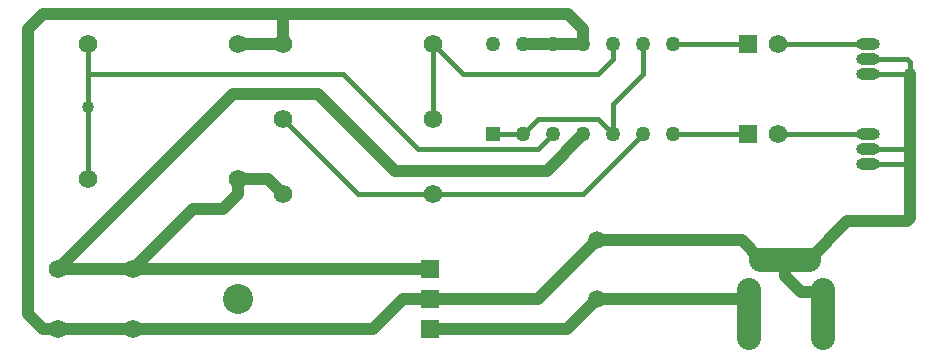
<source format=gbl>
G04*
G04 #@! TF.GenerationSoftware,Altium Limited,Altium Designer,24.1.2 (44)*
G04*
G04 Layer_Physical_Order=2*
G04 Layer_Color=16711680*
%FSLAX44Y44*%
%MOMM*%
G71*
G04*
G04 #@! TF.SameCoordinates,46E7BA1B-DEE9-4666-83E5-56E7B7A1CBDE*
G04*
G04*
G04 #@! TF.FilePolarity,Positive*
G04*
G01*
G75*
%ADD14C,0.4000*%
%ADD29C,1.5000*%
%ADD30C,1.5748*%
%ADD31R,1.5748X1.5748*%
%ADD32C,1.0160*%
%ADD33O,2.0320X6.0960*%
%ADD34O,6.0960X2.0320*%
%ADD35O,2.0000X1.0000*%
%ADD36O,2.0000X1.0000*%
%ADD37R,1.2700X1.2700*%
%ADD38C,1.2700*%
%ADD39R,1.5748X1.5748*%
%ADD40C,2.5400*%
%ADD41C,1.0000*%
D14*
X1277817Y1041400D02*
X1280160Y1039057D01*
Y1028700D02*
Y1039057D01*
X584200Y939800D02*
Y1000760D01*
X1244600Y1028700D02*
X1280160D01*
X1244600Y952500D02*
X1280160D01*
X1244600Y1041400D02*
X1277817D01*
X1244600Y965200D02*
X1280160D01*
X1168400Y977900D02*
X1244600D01*
X1168400Y1054100D02*
X1244600D01*
X584200Y1003300D02*
Y1028700D01*
X800100D02*
X863600Y965200D01*
X584200Y1028700D02*
X800100D01*
X863600Y965200D02*
X965200D01*
Y990600D02*
X1016000D01*
X1028700Y977900D01*
X952500D02*
X965200Y990600D01*
X1079500Y977900D02*
X1143000D01*
X1079500Y1054100D02*
X1143000D01*
X1054100Y1028700D02*
Y1054100D01*
X1028700Y1003300D02*
X1054100Y1028700D01*
X1028700Y977900D02*
Y1003300D01*
X1016000Y1028700D02*
X1028700Y1041400D01*
Y1054100D01*
X901700Y1028700D02*
X1016000D01*
X876300Y1054100D02*
X901700Y1028700D01*
X584200D02*
Y1054100D01*
X1003300Y927100D02*
X1054100Y977900D01*
X876300Y927100D02*
X1003300D01*
X812800D02*
X876300D01*
X749300Y990600D02*
X812800Y927100D01*
X965200Y965200D02*
X977900Y977900D01*
X927100D02*
X952500D01*
X876300Y990600D02*
Y1054100D01*
D29*
X1015335Y838346D02*
D03*
Y888346D02*
D03*
D30*
X558800Y812800D02*
D03*
Y863600D02*
D03*
X1168400Y1054100D02*
D03*
X876300D02*
D03*
X749300D02*
D03*
X584200D02*
D03*
X711200D02*
D03*
X876300Y990600D02*
D03*
X749300D02*
D03*
X876300Y927100D02*
D03*
X749300D02*
D03*
X1168400Y977900D02*
D03*
X584200Y939800D02*
D03*
X711200D02*
D03*
X622300Y863600D02*
D03*
Y812800D02*
D03*
D31*
X1143000Y1054100D02*
D03*
Y977900D02*
D03*
D32*
X584200Y1000760D02*
D03*
D33*
X1144000Y825500D02*
D03*
X1206500D02*
D03*
D34*
X1174226Y871940D02*
D03*
D35*
X1244600Y1028700D02*
D03*
Y1054100D02*
D03*
Y977900D02*
D03*
Y952500D02*
D03*
D36*
Y1041400D02*
D03*
Y965200D02*
D03*
D37*
X927100Y977900D02*
D03*
D38*
X952500D02*
D03*
X977900D02*
D03*
X1003300D02*
D03*
X1028700D02*
D03*
X1054100D02*
D03*
X1079500D02*
D03*
Y1054100D02*
D03*
X1054100D02*
D03*
X1028700D02*
D03*
X1003300D02*
D03*
X977900D02*
D03*
X952500D02*
D03*
X927100D02*
D03*
D39*
X873506Y812800D02*
D03*
Y838200D02*
D03*
Y863600D02*
D03*
D40*
X711200Y838200D02*
D03*
D41*
X1280160Y952500D02*
Y965200D01*
Y1028700D01*
X1226846Y904240D02*
X1277620D01*
X1280160Y906780D01*
X1174226Y871940D02*
X1194546D01*
X1226846Y904240D01*
X1280160Y906780D02*
Y952500D01*
X622300Y812800D02*
X825500D01*
X850900Y838200D01*
X990600Y1079500D02*
X1003300Y1066800D01*
Y1054100D02*
Y1066800D01*
X749300Y1054100D02*
Y1079500D01*
X546100D02*
X749300D01*
X990600D01*
X977900Y1054100D02*
X1003300D01*
X850900Y838200D02*
X873506D01*
X965189D01*
X711200Y1054100D02*
X749300D01*
X1198287Y844550D02*
X1206500Y836337D01*
Y825500D02*
Y836337D01*
X1174226Y857970D02*
Y871940D01*
Y857970D02*
X1187646Y844550D01*
X1198287D01*
X965189Y838200D02*
X1015335Y888346D01*
X1153906Y871940D02*
X1174226D01*
X1015335Y888346D02*
X1137499D01*
X1153906Y871940D01*
X952500Y1054100D02*
X977900D01*
X533400Y825500D02*
X546100Y812800D01*
X558800D02*
X622300D01*
X546100D02*
X558800D01*
X533400Y825500D02*
Y1066800D01*
X546100Y1079500D01*
X558800Y863600D02*
X706977Y1011777D01*
X778923D02*
X843532Y947168D01*
X706977Y1011777D02*
X778923D01*
X972568Y947168D02*
X1003300Y977900D01*
X843532Y947168D02*
X972568D01*
X711200Y939800D02*
X736600D01*
X749300Y927100D01*
X711200D02*
Y939800D01*
X698500Y914400D02*
X711200Y927100D01*
X673100Y914400D02*
X698500D01*
X622300Y863600D02*
X673100Y914400D01*
X622300Y863600D02*
X873506D01*
X1144000Y825500D02*
Y830133D01*
X1015335Y838346D02*
X1135787D01*
X1144000Y830133D01*
X873506Y812800D02*
X989789D01*
X1015335Y838346D01*
X558800Y863600D02*
X622300D01*
X873506D02*
X876300Y866394D01*
M02*

</source>
